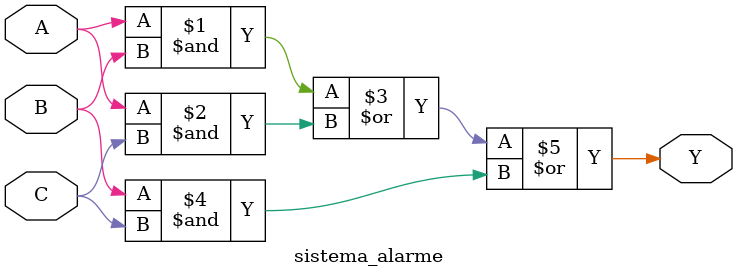
<source format=v>


module sistema_alarme (
// Declaração das portas de entrada e saída
  // Entradas
    input A, // Porta
    input B, // Janela
    input C, // Presença
  // Saída
    output Y // Alarme
);

// O alarme deve ser ativado (Y = 1) se dois sensores forem acionados ao mesmo tempo.
assign Y = (A & B) | (A & C) | (B & C);

endmodule
// Fim do módulo
</source>
